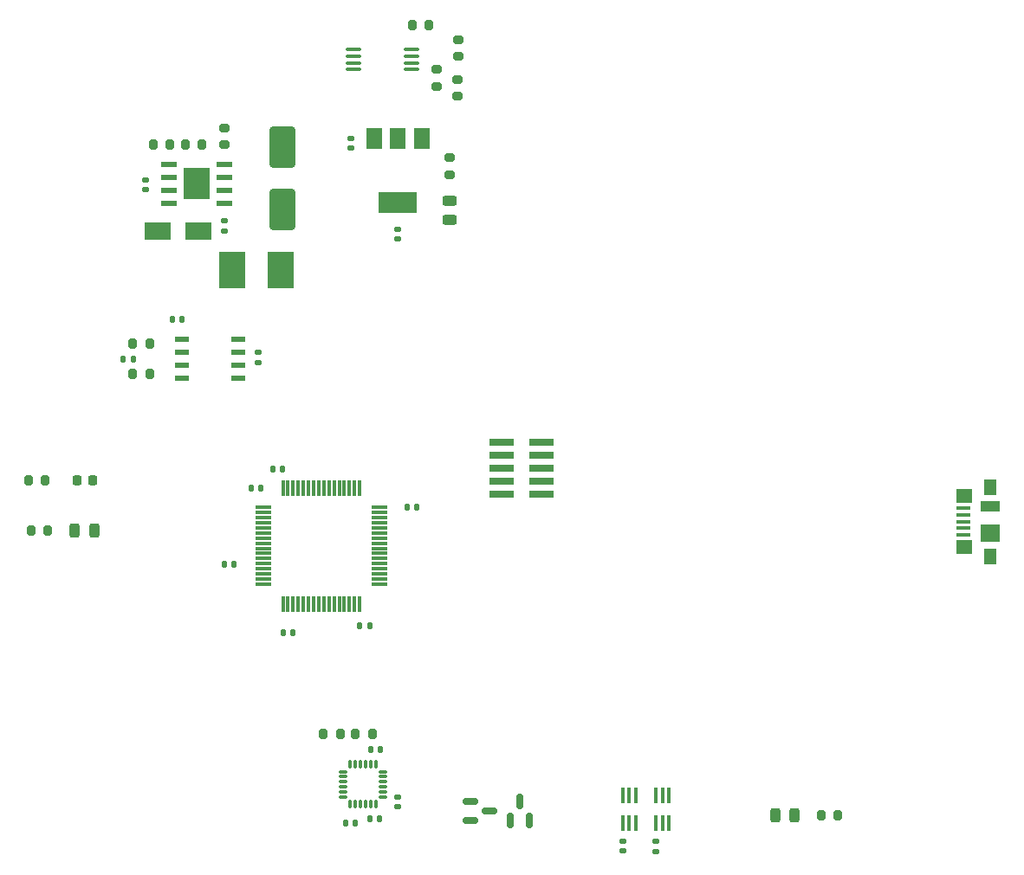
<source format=gbr>
%TF.GenerationSoftware,KiCad,Pcbnew,(6.0.2)*%
%TF.CreationDate,2022-03-24T13:41:09-04:00*%
%TF.ProjectId,MC_Telem,4d435f54-656c-4656-9d2e-6b696361645f,rev?*%
%TF.SameCoordinates,Original*%
%TF.FileFunction,Paste,Top*%
%TF.FilePolarity,Positive*%
%FSLAX46Y46*%
G04 Gerber Fmt 4.6, Leading zero omitted, Abs format (unit mm)*
G04 Created by KiCad (PCBNEW (6.0.2)) date 2022-03-24 13:41:09*
%MOMM*%
%LPD*%
G01*
G04 APERTURE LIST*
G04 Aperture macros list*
%AMRoundRect*
0 Rectangle with rounded corners*
0 $1 Rounding radius*
0 $2 $3 $4 $5 $6 $7 $8 $9 X,Y pos of 4 corners*
0 Add a 4 corners polygon primitive as box body*
4,1,4,$2,$3,$4,$5,$6,$7,$8,$9,$2,$3,0*
0 Add four circle primitives for the rounded corners*
1,1,$1+$1,$2,$3*
1,1,$1+$1,$4,$5*
1,1,$1+$1,$6,$7*
1,1,$1+$1,$8,$9*
0 Add four rect primitives between the rounded corners*
20,1,$1+$1,$2,$3,$4,$5,0*
20,1,$1+$1,$4,$5,$6,$7,0*
20,1,$1+$1,$6,$7,$8,$9,0*
20,1,$1+$1,$8,$9,$2,$3,0*%
G04 Aperture macros list end*
%ADD10RoundRect,0.140000X0.140000X0.170000X-0.140000X0.170000X-0.140000X-0.170000X0.140000X-0.170000X0*%
%ADD11RoundRect,0.140000X0.170000X-0.140000X0.170000X0.140000X-0.170000X0.140000X-0.170000X-0.140000X0*%
%ADD12RoundRect,0.250000X1.000000X-1.750000X1.000000X1.750000X-1.000000X1.750000X-1.000000X-1.750000X0*%
%ADD13RoundRect,0.140000X-0.170000X0.140000X-0.170000X-0.140000X0.170000X-0.140000X0.170000X0.140000X0*%
%ADD14RoundRect,0.140000X-0.140000X-0.170000X0.140000X-0.170000X0.140000X0.170000X-0.140000X0.170000X0*%
%ADD15R,2.400000X0.740000*%
%ADD16R,1.380000X0.450000*%
%ADD17R,1.900000X1.000000*%
%ADD18R,1.300000X1.650000*%
%ADD19R,1.550000X1.425000*%
%ADD20R,1.900000X1.800000*%
%ADD21RoundRect,0.150000X-0.587500X-0.150000X0.587500X-0.150000X0.587500X0.150000X-0.587500X0.150000X0*%
%ADD22RoundRect,0.200000X-0.275000X0.200000X-0.275000X-0.200000X0.275000X-0.200000X0.275000X0.200000X0*%
%ADD23RoundRect,0.200000X0.200000X0.275000X-0.200000X0.275000X-0.200000X-0.275000X0.200000X-0.275000X0*%
%ADD24RoundRect,0.200000X0.275000X-0.200000X0.275000X0.200000X-0.275000X0.200000X-0.275000X-0.200000X0*%
%ADD25RoundRect,0.200000X-0.200000X-0.275000X0.200000X-0.275000X0.200000X0.275000X-0.200000X0.275000X0*%
%ADD26RoundRect,0.075000X-0.700000X-0.075000X0.700000X-0.075000X0.700000X0.075000X-0.700000X0.075000X0*%
%ADD27RoundRect,0.075000X-0.075000X-0.700000X0.075000X-0.700000X0.075000X0.700000X-0.075000X0.700000X0*%
%ADD28R,1.400000X0.600000*%
%ADD29R,1.550000X0.600000*%
%ADD30R,2.600000X3.100000*%
%ADD31R,0.400000X1.500000*%
%ADD32RoundRect,0.243750X-0.456250X0.243750X-0.456250X-0.243750X0.456250X-0.243750X0.456250X0.243750X0*%
%ADD33RoundRect,0.100000X0.637500X0.100000X-0.637500X0.100000X-0.637500X-0.100000X0.637500X-0.100000X0*%
%ADD34R,1.500000X2.000000*%
%ADD35R,3.800000X2.000000*%
%ADD36RoundRect,0.218750X-0.218750X-0.256250X0.218750X-0.256250X0.218750X0.256250X-0.218750X0.256250X0*%
%ADD37RoundRect,0.243750X-0.243750X-0.456250X0.243750X-0.456250X0.243750X0.456250X-0.243750X0.456250X0*%
%ADD38RoundRect,0.243750X0.243750X0.456250X-0.243750X0.456250X-0.243750X-0.456250X0.243750X-0.456250X0*%
%ADD39RoundRect,0.150000X0.150000X-0.587500X0.150000X0.587500X-0.150000X0.587500X-0.150000X-0.587500X0*%
%ADD40R,2.500000X1.800000*%
%ADD41R,2.500000X3.600000*%
%ADD42RoundRect,0.075000X-0.350000X-0.075000X0.350000X-0.075000X0.350000X0.075000X-0.350000X0.075000X0*%
%ADD43RoundRect,0.075000X0.075000X-0.350000X0.075000X0.350000X-0.075000X0.350000X-0.075000X-0.350000X0*%
G04 APERTURE END LIST*
D10*
%TO.C,C1*%
X94505000Y-92600000D03*
X93545000Y-92600000D03*
%TD*%
%TO.C,C2*%
X89705260Y-96500000D03*
X88745260Y-96500000D03*
%TD*%
D11*
%TO.C,C3*%
X98625000Y-83965000D03*
X98625000Y-83005000D03*
%TD*%
%TO.C,C4*%
X90900000Y-79935000D03*
X90900000Y-78975000D03*
%TD*%
D12*
%TO.C,C5*%
X104300000Y-81850000D03*
X104300000Y-75750000D03*
%TD*%
D13*
%TO.C,C6*%
X111000000Y-74905000D03*
X111000000Y-75865000D03*
%TD*%
%TO.C,C7*%
X115600000Y-83820000D03*
X115600000Y-84780000D03*
%TD*%
D10*
%TO.C,C8*%
X102230000Y-109100000D03*
X101270000Y-109100000D03*
%TD*%
%TO.C,C9*%
X99593200Y-116586000D03*
X98633200Y-116586000D03*
%TD*%
D14*
%TO.C,C10*%
X111864200Y-122580400D03*
X112824200Y-122580400D03*
%TD*%
%TO.C,C11*%
X116464000Y-111023400D03*
X117424000Y-111023400D03*
%TD*%
D10*
%TO.C,C13*%
X105354200Y-123266200D03*
X104394200Y-123266200D03*
%TD*%
D13*
%TO.C,C18*%
X101910000Y-95865000D03*
X101910000Y-96825000D03*
%TD*%
D15*
%TO.C,J1*%
X129610400Y-109702600D03*
X125710400Y-109702600D03*
X129610400Y-108432600D03*
X125710400Y-108432600D03*
X129610400Y-107162600D03*
X125710400Y-107162600D03*
X129610400Y-105892600D03*
X125710400Y-105892600D03*
X129610400Y-104622600D03*
X125710400Y-104622600D03*
%TD*%
D16*
%TO.C,J2*%
X170830000Y-113720000D03*
X170830000Y-113070000D03*
X170830000Y-112420000D03*
X170830000Y-111770000D03*
X170830000Y-111120000D03*
D17*
X173490000Y-110870000D03*
D18*
X173490000Y-115795000D03*
D19*
X170915000Y-109932500D03*
X170915000Y-114907500D03*
D18*
X173490000Y-109045000D03*
D20*
X173490000Y-113570000D03*
%TD*%
D21*
%TO.C,Q1*%
X122658900Y-139766000D03*
X122658900Y-141666000D03*
X124533900Y-140716000D03*
%TD*%
D22*
%TO.C,R9*%
X119380000Y-68162500D03*
X119380000Y-69812500D03*
%TD*%
D23*
%TO.C,R11*%
X91325000Y-95000000D03*
X89675000Y-95000000D03*
%TD*%
D24*
%TO.C,R13*%
X121453600Y-66892400D03*
X121453600Y-65242400D03*
%TD*%
D25*
%TO.C,R14*%
X117002500Y-63850000D03*
X118652500Y-63850000D03*
%TD*%
D24*
%TO.C,R16*%
X120612000Y-78464400D03*
X120612000Y-76814400D03*
%TD*%
D23*
%TO.C,R17*%
X96454500Y-75549600D03*
X94804500Y-75549600D03*
%TD*%
%TO.C,R18*%
X93305100Y-75549600D03*
X91655100Y-75549600D03*
%TD*%
D26*
%TO.C,U1*%
X102431000Y-111022400D03*
X102431000Y-111522400D03*
X102431000Y-112022400D03*
X102431000Y-112522400D03*
X102431000Y-113022400D03*
X102431000Y-113522400D03*
X102431000Y-114022400D03*
X102431000Y-114522400D03*
X102431000Y-115022400D03*
X102431000Y-115522400D03*
X102431000Y-116022400D03*
X102431000Y-116522400D03*
X102431000Y-117022400D03*
X102431000Y-117522400D03*
X102431000Y-118022400D03*
X102431000Y-118522400D03*
D27*
X104356000Y-120447400D03*
X104856000Y-120447400D03*
X105356000Y-120447400D03*
X105856000Y-120447400D03*
X106356000Y-120447400D03*
X106856000Y-120447400D03*
X107356000Y-120447400D03*
X107856000Y-120447400D03*
X108356000Y-120447400D03*
X108856000Y-120447400D03*
X109356000Y-120447400D03*
X109856000Y-120447400D03*
X110356000Y-120447400D03*
X110856000Y-120447400D03*
X111356000Y-120447400D03*
X111856000Y-120447400D03*
D26*
X113781000Y-118522400D03*
X113781000Y-118022400D03*
X113781000Y-117522400D03*
X113781000Y-117022400D03*
X113781000Y-116522400D03*
X113781000Y-116022400D03*
X113781000Y-115522400D03*
X113781000Y-115022400D03*
X113781000Y-114522400D03*
X113781000Y-114022400D03*
X113781000Y-113522400D03*
X113781000Y-113022400D03*
X113781000Y-112522400D03*
X113781000Y-112022400D03*
X113781000Y-111522400D03*
X113781000Y-111022400D03*
D27*
X111856000Y-109097400D03*
X111356000Y-109097400D03*
X110856000Y-109097400D03*
X110356000Y-109097400D03*
X109856000Y-109097400D03*
X109356000Y-109097400D03*
X108856000Y-109097400D03*
X108356000Y-109097400D03*
X107856000Y-109097400D03*
X107356000Y-109097400D03*
X106856000Y-109097400D03*
X106356000Y-109097400D03*
X105856000Y-109097400D03*
X105356000Y-109097400D03*
X104856000Y-109097400D03*
X104356000Y-109097400D03*
%TD*%
D28*
%TO.C,U3*%
X100016760Y-98399600D03*
X100016760Y-97129600D03*
X100016760Y-95859600D03*
X100016760Y-94589600D03*
X94516760Y-94589600D03*
X94516760Y-95859600D03*
X94516760Y-97129600D03*
X94516760Y-98399600D03*
%TD*%
D29*
%TO.C,U5*%
X98632200Y-81270000D03*
X98632200Y-80000000D03*
X98632200Y-78730000D03*
X98632200Y-77460000D03*
X93232200Y-77460000D03*
X93232200Y-78730000D03*
X93232200Y-80000000D03*
X93232200Y-81270000D03*
D30*
X95932200Y-79365000D03*
%TD*%
D31*
%TO.C,U8*%
X138861800Y-139224400D03*
X138211800Y-139224400D03*
X137561800Y-139224400D03*
X137561800Y-141884400D03*
X138211800Y-141884400D03*
X138861800Y-141884400D03*
%TD*%
D32*
%TO.C,D3*%
X120612000Y-80997200D03*
X120612000Y-82872200D03*
%TD*%
D33*
%TO.C,U2*%
X116952500Y-68195000D03*
X116952500Y-67545000D03*
X116952500Y-66895000D03*
X116952500Y-66245000D03*
X111227500Y-66245000D03*
X111227500Y-66895000D03*
X111227500Y-67545000D03*
X111227500Y-68195000D03*
%TD*%
D24*
%TO.C,R10*%
X121450000Y-70797500D03*
X121450000Y-69147500D03*
%TD*%
D34*
%TO.C,U4*%
X117900000Y-74900000D03*
D35*
X115600000Y-81200000D03*
D34*
X115600000Y-74900000D03*
X113300000Y-74900000D03*
%TD*%
D25*
%TO.C,R1*%
X79743700Y-113284000D03*
X81393700Y-113284000D03*
%TD*%
%TO.C,R2*%
X79489700Y-108331000D03*
X81139700Y-108331000D03*
%TD*%
D36*
%TO.C,D2*%
X84225301Y-108346001D03*
X85800301Y-108346001D03*
%TD*%
D37*
%TO.C,D1*%
X84028200Y-113284000D03*
X85903200Y-113284000D03*
%TD*%
D31*
%TO.C,U7*%
X142087600Y-139224400D03*
X141437600Y-139224400D03*
X140787600Y-139224400D03*
X140787600Y-141884400D03*
X141437600Y-141884400D03*
X142087600Y-141884400D03*
%TD*%
D38*
%TO.C,D5*%
X154350800Y-141173200D03*
X152475800Y-141173200D03*
%TD*%
D23*
%TO.C,R3*%
X158584500Y-141173200D03*
X156934500Y-141173200D03*
%TD*%
D39*
%TO.C,Q2*%
X126550000Y-141662900D03*
X128450000Y-141662900D03*
X127500000Y-139787900D03*
%TD*%
D23*
%TO.C,R12*%
X91325000Y-98000000D03*
X89675000Y-98000000D03*
%TD*%
D40*
%TO.C,D4*%
X92100000Y-84000000D03*
X96100000Y-84000000D03*
%TD*%
D41*
%TO.C,L1*%
X104100000Y-87820000D03*
X99400000Y-87820000D03*
%TD*%
D10*
%TO.C,C12*%
X104345000Y-107250000D03*
X103385000Y-107250000D03*
%TD*%
D22*
%TO.C,R15*%
X98600000Y-73887500D03*
X98600000Y-75537500D03*
%TD*%
D23*
%TO.C,R20*%
X113075000Y-133220000D03*
X111425000Y-133220000D03*
%TD*%
D13*
%TO.C,C19*%
X140800000Y-143700000D03*
X140800000Y-144660000D03*
%TD*%
%TO.C,C20*%
X137550000Y-143690000D03*
X137550000Y-144650000D03*
%TD*%
D11*
%TO.C,C14*%
X115550000Y-140330000D03*
X115550000Y-139370000D03*
%TD*%
D14*
%TO.C,C16*%
X112820000Y-141450000D03*
X113780000Y-141450000D03*
%TD*%
D10*
%TO.C,C15*%
X111450000Y-141925000D03*
X110490000Y-141925000D03*
%TD*%
D25*
%TO.C,R19*%
X108325000Y-133220000D03*
X109975000Y-133220000D03*
%TD*%
D14*
%TO.C,C17*%
X112950000Y-134720000D03*
X113910000Y-134720000D03*
%TD*%
D42*
%TO.C,U6*%
X110250000Y-136870000D03*
X110250000Y-137370000D03*
X110250000Y-137870000D03*
X110250000Y-138370000D03*
X110250000Y-138870000D03*
X110250000Y-139370000D03*
D43*
X110950000Y-140070000D03*
X111450000Y-140070000D03*
X111950000Y-140070000D03*
X112450000Y-140070000D03*
X112950000Y-140070000D03*
X113450000Y-140070000D03*
D42*
X114150000Y-139370000D03*
X114150000Y-138870000D03*
X114150000Y-138370000D03*
X114150000Y-137870000D03*
X114150000Y-137370000D03*
X114150000Y-136870000D03*
D43*
X113450000Y-136170000D03*
X112950000Y-136170000D03*
X112450000Y-136170000D03*
X111950000Y-136170000D03*
X111450000Y-136170000D03*
X110950000Y-136170000D03*
%TD*%
M02*

</source>
